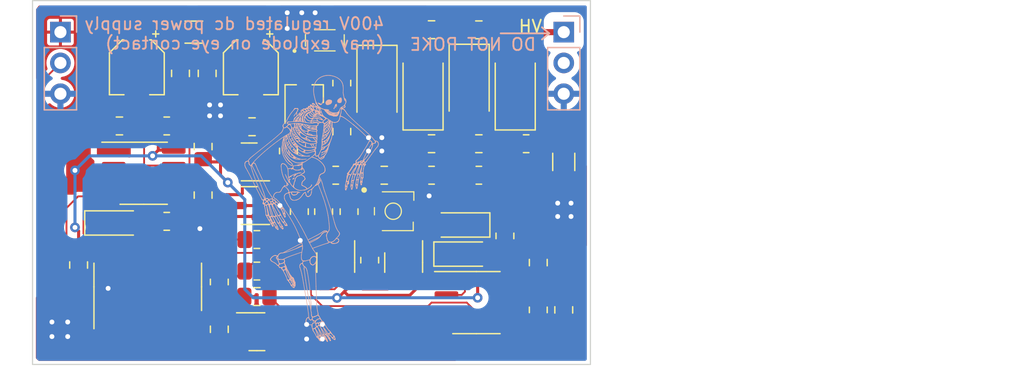
<source format=kicad_pcb>
(kicad_pcb (version 20221018) (generator pcbnew)

  (general
    (thickness 1.6)
  )

  (paper "A4")
  (layers
    (0 "F.Cu" signal)
    (31 "B.Cu" signal)
    (32 "B.Adhes" user "B.Adhesive")
    (33 "F.Adhes" user "F.Adhesive")
    (34 "B.Paste" user)
    (35 "F.Paste" user)
    (36 "B.SilkS" user "B.Silkscreen")
    (37 "F.SilkS" user "F.Silkscreen")
    (38 "B.Mask" user)
    (39 "F.Mask" user)
    (40 "Dwgs.User" user "User.Drawings")
    (41 "Cmts.User" user "User.Comments")
    (42 "Eco1.User" user "User.Eco1")
    (43 "Eco2.User" user "User.Eco2")
    (44 "Edge.Cuts" user)
    (45 "Margin" user)
    (46 "B.CrtYd" user "B.Courtyard")
    (47 "F.CrtYd" user "F.Courtyard")
    (48 "B.Fab" user)
    (49 "F.Fab" user)
    (50 "User.1" user)
    (51 "User.2" user)
    (52 "User.3" user)
    (53 "User.4" user)
    (54 "User.5" user)
    (55 "User.6" user)
    (56 "User.7" user)
    (57 "User.8" user)
    (58 "User.9" user)
  )

  (setup
    (stackup
      (layer "F.SilkS" (type "Top Silk Screen"))
      (layer "F.Paste" (type "Top Solder Paste"))
      (layer "F.Mask" (type "Top Solder Mask") (thickness 0.01))
      (layer "F.Cu" (type "copper") (thickness 0.035))
      (layer "dielectric 1" (type "core") (thickness 1.51) (material "FR4") (epsilon_r 4.5) (loss_tangent 0.02))
      (layer "B.Cu" (type "copper") (thickness 0.035))
      (layer "B.Mask" (type "Bottom Solder Mask") (thickness 0.01))
      (layer "B.Paste" (type "Bottom Solder Paste"))
      (layer "B.SilkS" (type "Bottom Silk Screen"))
      (copper_finish "None")
      (dielectric_constraints no)
    )
    (pad_to_mask_clearance 0)
    (pcbplotparams
      (layerselection 0x00010fc_ffffffff)
      (plot_on_all_layers_selection 0x0000000_00000000)
      (disableapertmacros false)
      (usegerberextensions false)
      (usegerberattributes true)
      (usegerberadvancedattributes true)
      (creategerberjobfile true)
      (dashed_line_dash_ratio 12.000000)
      (dashed_line_gap_ratio 3.000000)
      (svgprecision 4)
      (plotframeref false)
      (viasonmask false)
      (mode 1)
      (useauxorigin false)
      (hpglpennumber 1)
      (hpglpenspeed 20)
      (hpglpendiameter 15.000000)
      (dxfpolygonmode true)
      (dxfimperialunits true)
      (dxfusepcbnewfont true)
      (psnegative false)
      (psa4output false)
      (plotreference true)
      (plotvalue true)
      (plotinvisibletext false)
      (sketchpadsonfab false)
      (subtractmaskfromsilk false)
      (outputformat 1)
      (mirror false)
      (drillshape 1)
      (scaleselection 1)
      (outputdirectory "")
    )
  )

  (net 0 "")
  (net 1 "VCC")
  (net 2 "GND")
  (net 3 "/VPR")
  (net 4 "Net-(C5-Pad1)")
  (net 5 "VPP")
  (net 6 "/VTR_SEC")
  (net 7 "/GATE")
  (net 8 "Net-(D2-K)")
  (net 9 "/VFEED")
  (net 10 "Net-(D3-K)")
  (net 11 "Net-(D1-K)")
  (net 12 "Net-(C9-Pad1)")
  (net 13 "/VERR")
  (net 14 "Net-(D4-K)")
  (net 15 "/ENABLE")
  (net 16 "unconnected-(J2-Pin_2-Pad2)")
  (net 17 "/RFEED_H")
  (net 18 "Net-(Q2-B)")
  (net 19 "Net-(Q2-E)")
  (net 20 "/SR_Q")
  (net 21 "/EN_LINE")
  (net 22 "/SR_R")
  (net 23 "/SR_NQ")
  (net 24 "/SR_S")
  (net 25 "Net-(U5-CV)")
  (net 26 "Net-(D5-K)")
  (net 27 "Net-(C19-Pad1)")
  (net 28 "Net-(D6-K)")
  (net 29 "Net-(D6-A)")
  (net 30 "Net-(D7-K)")
  (net 31 "/MOS_D")
  (net 32 "Net-(U1-+)")
  (net 33 "Net-(U1--)")
  (net 34 "Net-(U2-+)")
  (net 35 "Net-(U6A-+)")
  (net 36 "Net-(U6B-+)")
  (net 37 "Net-(U3-Pad2)")

  (footprint "Capacitor_SMD:C_0805_2012Metric_Pad1.18x1.45mm_HandSolder" (layer "F.Cu") (at 158.6 42 90))

  (footprint "Resistor_SMD:R_0805_2012Metric_Pad1.20x1.40mm_HandSolder" (layer "F.Cu") (at 140.9 37.8 -90))

  (footprint "Resistor_SMD:R_0805_2012Metric_Pad1.20x1.40mm_HandSolder" (layer "F.Cu") (at 149.8 34.8 180))

  (footprint "Package_TO_SOT_SMD:SOT-23-5" (layer "F.Cu") (at 147.5 42 -90))

  (footprint "Resistor_SMD:R_0805_2012Metric_Pad1.20x1.40mm_HandSolder" (layer "F.Cu") (at 144.7 41.8 90))

  (footprint "Capacitor_SMD:C_0805_2012Metric_Pad1.18x1.45mm_HandSolder" (layer "F.Cu") (at 120.7 42.2 -90))

  (footprint "Capacitor_SMD:C_0805_2012Metric_Pad1.18x1.45mm_HandSolder" (layer "F.Cu") (at 130.965 36.435 -90))

  (footprint "Package_SO:SOIC-8_3.9x4.9mm_P1.27mm" (layer "F.Cu") (at 126.065 34.635))

  (footprint "Capacitor_SMD:C_0805_2012Metric_Pad1.18x1.45mm_HandSolder" (layer "F.Cu") (at 153.7 22.81))

  (footprint "Package_TO_SOT_SMD:SOT-23" (layer "F.Cu") (at 135.4 47.7))

  (footprint "Diode_SMD:D_SOD-123" (layer "F.Cu") (at 152.25 38.9 180))

  (footprint "Diode_SMD:D_SMA" (layer "F.Cu") (at 149.1 27.555 90))

  (footprint "Resistor_SMD:R_0805_2012Metric_Pad1.20x1.40mm_HandSolder" (layer "F.Cu") (at 135.4 40.1))

  (footprint "Resistor_SMD:R_0805_2012Metric_Pad1.20x1.40mm_HandSolder" (layer "F.Cu") (at 155.85 39.8 90))

  (footprint "Resistor_SMD:R_0805_2012Metric_Pad1.20x1.40mm_HandSolder" (layer "F.Cu") (at 157.6 32.2))

  (footprint "lcsc_misc:VG039NCHXTB222" (layer "F.Cu") (at 149.340139 37.815139 -90))

  (footprint "Resistor_SMD:R_1206_3216Metric_Pad1.30x1.75mm_HandSolder" (layer "F.Cu") (at 130.2 23))

  (footprint "Capacitor_SMD:C_0805_2012Metric_Pad1.18x1.45mm_HandSolder" (layer "F.Cu") (at 129.1 26.4 -90))

  (footprint "Resistor_SMD:R_0805_2012Metric_Pad1.20x1.40mm_HandSolder" (layer "F.Cu") (at 132.3 43.6 -90))

  (footprint "Diode_SMD:D_SOD-123" (layer "F.Cu") (at 152.35 41.3))

  (footprint "Resistor_SMD:R_0805_2012Metric_Pad1.20x1.40mm_HandSolder" (layer "F.Cu") (at 143 37.8 -90))

  (footprint "Package_SO:SOIC-14_3.9x8.7mm_P1.27mm" (layer "F.Cu") (at 126.4 44 90))

  (footprint "Diode_SMD:D_SOD-123" (layer "F.Cu") (at 123.565 38.735))

  (footprint "Resistor_SMD:R_0805_2012Metric_Pad1.20x1.40mm_HandSolder" (layer "F.Cu") (at 135.4 42.7))

  (footprint "Capacitor_SMD:C_0805_2012Metric_Pad1.18x1.45mm_HandSolder" (layer "F.Cu") (at 132.3 47.5 -90))

  (footprint "Package_TO_SOT_SMD:SOT-23" (layer "F.Cu") (at 134.7625 33.7 180))

  (footprint "Package_TO_SOT_SMD:SOT-23" (layer "F.Cu") (at 134.7625 37.3 180))

  (footprint "Diode_SMD:D_SMA" (layer "F.Cu") (at 145.3 27.6 -90))

  (footprint "lcsc_misc:ATB322524-0110-T000" (layer "F.Cu") (at 141 23.7))

  (footprint "Package_SO:SOIC-8_3.9x4.9mm_P1.27mm" (layer "F.Cu") (at 153.5 45.3))

  (footprint "Capacitor_SMD:C_1206_3216Metric_Pad1.33x1.80mm_HandSolder" (layer "F.Cu") (at 160.7 33.7 -90))

  (footprint "Capacitor_SMD:C_0805_2012Metric_Pad1.18x1.45mm_HandSolder" (layer "F.Cu") (at 149.8 32.2))

  (footprint "Capacitor_SMD:C_0805_2012Metric_Pad1.18x1.45mm_HandSolder" (layer "F.Cu") (at 149.8 22.8))

  (footprint "Capacitor_SMD:C_0805_2012Metric_Pad1.18x1.45mm_HandSolder" (layer "F.Cu") (at 135.4 44.8 180))

  (footprint "Capacitor_SMD:C_0805_2012Metric_Pad1.18x1.45mm_HandSolder" (layer "F.Cu") (at 153.7 32.2))

  (footprint "Diode_SMD:D_SMA" (layer "F.Cu") (at 156.7 27.555 90))

  (footprint "Capacitor_SMD:CP_Elec_4x5.4" (layer "F.Cu") (at 125.5 25.9 -90))

  (footprint "Capacitor_SMD:C_0805_2012Metric_Pad1.18x1.45mm_HandSolder" (layer "F.Cu") (at 142.4 31.2 -90))

  (footprint "Capacitor_SMD:C_0805_2012Metric_Pad1.18x1.45mm_HandSolder" (layer "F.Cu") (at 145.9 34.8 180))

  (footprint "Resistor_SMD:R_0805_2012Metric_Pad1.20x1.40mm_HandSolder" (layer "F.Cu") (at 138.9 37.8 -90))

  (footprint "Resistor_SMD:R_0805_2012Metric_Pad1.20x1.40mm_HandSolder" (layer "F.Cu") (at 158.6 45.9 90))

  (footprint "Resistor_SMD:R_0805_2012Metric_Pad1.20x1.40mm_HandSolder" (layer "F.Cu") (at 141.9 34.8))

  (footprint "Diode_SMD:D_SMA" (layer "F.Cu") (at 152.9 27.51 -90))

  (footprint "Resistor_SMD:R_0805_2012Metric_Pad1.20x1.40mm_HandSolder" (layer "F.Cu") (at 138 32.8 90))

  (footprint "Resistor_SMD:R_0805_2012Metric_Pad1.20x1.40mm_HandSolder" (layer "F.Cu") (at 127.965 38.6))

  (footprint "Capacitor_SMD:CP_Elec_4x5.4" (layer "F.Cu") (at 134.9 25.9 -90))

  (footprint "Resistor_SMD:R_0805_2012Metric_Pad1.20x1.40mm_HandSolder" (layer "F.Cu") (at 142.4 27.2 -90))

  (footprint "Capacitor_SMD:C_0805_2012Metric_Pad1.18x1.45mm_HandSolder" (layer "F.Cu") (at 160.7 45.9 90))

  (footprint "Capacitor_SMD:C_0805_2012Metric_Pad1.18x1.45mm_HandSolder" (layer "F.Cu") (at 131.3 26.4 -90))

  (footprint "Capacitor_SMD:C_0805_2012Metric_Pad1.18x1.45mm_HandSolder" (layer "F.Cu") (at 124.065 30.735 180))

  (footprint "Capacitor_SMD:C_0805_2012Metric_Pad1.18x1.45mm_HandSolder" (layer "F.Cu")
    (tstamp dfd04d1b-a8e1-4999-96d0-7313441bf5f4)
    (at 135 30.8 180)
    (descr "Capacitor SMD 0805 (2012 Metric), square (rectangular) end terminal, IPC_7351 nominal with elongated pad for handsoldering. (Body size source: IPC-SM-782 page 76, https://www.pcb-3d.com/wordpress/wp-content/uploads/ipc-sm-782a_amendment_1_and_2.pdf, https://docs.google.com/spreadsheets/d/1BsfQQcO9C6DZCsRaXUlFlo91Tg2WpOkGARC1WS5S8t0/edit?usp=sharing), generated with kicad-footprint-generator")
    (tags "capacitor handsolder")
    (property "Sheetfile" "geiger_counter.kicad_sch")
    (property "Sheetname" "")
    (property "ki_description" "Unpolarized capacitor, small symbol")
    (property "ki_keywords" "capacitor cap")
    (path "/7402e223-b305-49b2-b47f-af142d316dcb")
    (attr smd)
    (fp_text reference "C13" (at 0 -1.68) (layer "F.SilkS") hide
        (effects (font (size 1 1) (thickness 0.15)))
      (tstamp d1d68517-9bb9-4b7a-8362-d9fe25c229ab)
    )
    (fp_text value "10n" (at 0 1.68) (layer "F.Fab")
        (effects (font (size 1 1) (thickness 0.15)))
      (tstamp 931878dd-12b1-4afa-a06b-911e491092ee)
    )
    (fp_text user "${REFERENCE}" (at 0 0) (layer "F.Fab")
        (effects (font (size 0.5 0.5) (thickness 0.08)))
      (tstamp e269bece-a5ea-40d6-b00f-dec1b23e2953)
    )
    (fp_line (start -0.261252 -0.735) (end 0.261252 -0.735)
      (stroke (width 0.12) (type solid)) (layer "F.SilkS") (tstamp 3a1d2319-c6cd-4d59-a67b-a98276931e8b))
    (fp_line (start -0.261252 0.735) (end 0.261252 0.735)
      (stroke (width 0.12) (type solid)) (layer "F.SilkS") (tstamp 76de7848-fe26-4ac8-9f32-5dd6ddf238d3))
    (fp_line (start -1.88 -0.98) (end 1.88 -0.98)
      (stroke (width 0.05) (type solid)) (layer "F.CrtYd") (tstamp c87a70a6-771c-42e8-a752-0fa7d8c4a504))
    (fp_line (start -1.88 0.98) (end -1.88 -0.98)
      (stroke (width 0.05) (type solid)) (layer "F.CrtYd") (tstamp db499294-0a0c-46f9-961d-de69751080c9))
    (fp_line (start 1.88 -0.98) (end 1.88 0.98)
      (stroke (width 0.05) (type solid)) (layer "F.CrtYd") (tstamp 25535bf8-096d-488f-a3c0-7b8d054e615a))
    (fp_line (start 1.88 0.98) (end -1.88 0.98)
      (stroke (width 0.05) (type solid)) (layer "F.CrtYd") (tstamp 29d33cea-3e9c-4901-81ad-2a5794bb66ae))
    (fp_line (start -1 -0.625) (end 1 -0.625)
      (stroke (width 0.1) (type solid)) (layer "F.Fab") (tstamp aebb4fd7-4e14-4bb1-963b-d1a3bf82ba6b))
    (fp_line (start -1 0.625) (end -1 -0.625)
      (stroke (width 0.1) (type solid)) (layer "F.Fab") (tstamp 96274cd9-10a9-486e-aa01-669e12d02d9e))
    (fp_line (start 1 -0.625) 
... [6503972 chars truncated]
</source>
